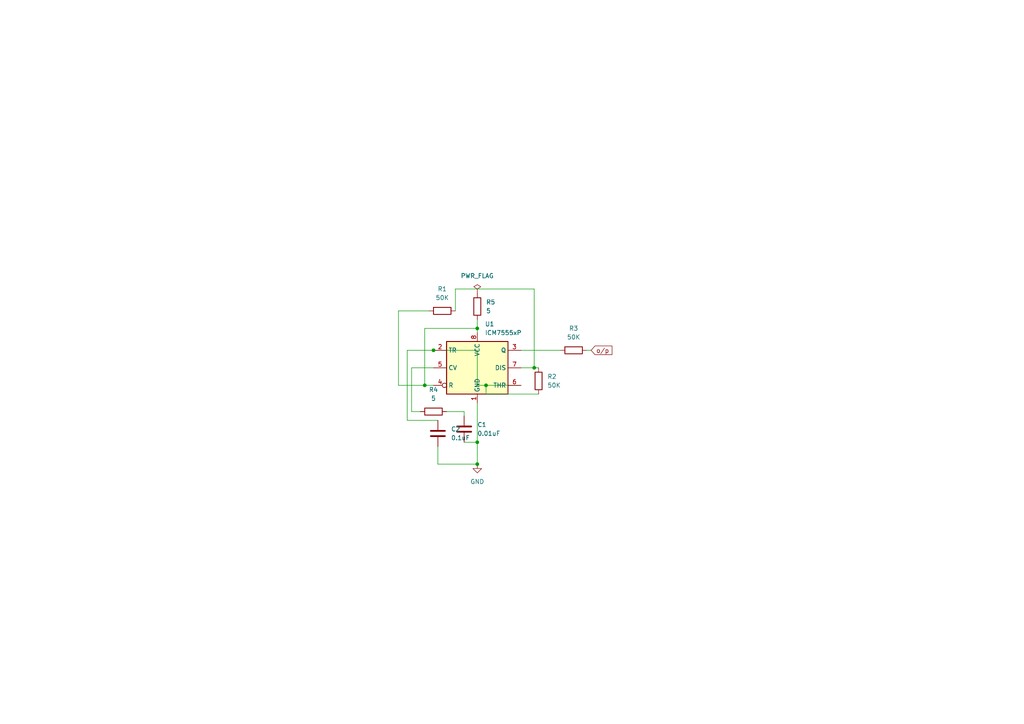
<source format=kicad_sch>
(kicad_sch
	(version 20231120)
	(generator "eeschema")
	(generator_version "8.0")
	(uuid "9042c291-3f8a-4569-8e44-d8070868fae3")
	(paper "A4")
	(lib_symbols
		(symbol "Device:C"
			(pin_numbers hide)
			(pin_names
				(offset 0.254)
			)
			(exclude_from_sim no)
			(in_bom yes)
			(on_board yes)
			(property "Reference" "C"
				(at 0.635 2.54 0)
				(effects
					(font
						(size 1.27 1.27)
					)
					(justify left)
				)
			)
			(property "Value" "C"
				(at 0.635 -2.54 0)
				(effects
					(font
						(size 1.27 1.27)
					)
					(justify left)
				)
			)
			(property "Footprint" ""
				(at 0.9652 -3.81 0)
				(effects
					(font
						(size 1.27 1.27)
					)
					(hide yes)
				)
			)
			(property "Datasheet" "~"
				(at 0 0 0)
				(effects
					(font
						(size 1.27 1.27)
					)
					(hide yes)
				)
			)
			(property "Description" "Unpolarized capacitor"
				(at 0 0 0)
				(effects
					(font
						(size 1.27 1.27)
					)
					(hide yes)
				)
			)
			(property "ki_keywords" "cap capacitor"
				(at 0 0 0)
				(effects
					(font
						(size 1.27 1.27)
					)
					(hide yes)
				)
			)
			(property "ki_fp_filters" "C_*"
				(at 0 0 0)
				(effects
					(font
						(size 1.27 1.27)
					)
					(hide yes)
				)
			)
			(symbol "C_0_1"
				(polyline
					(pts
						(xy -2.032 -0.762) (xy 2.032 -0.762)
					)
					(stroke
						(width 0.508)
						(type default)
					)
					(fill
						(type none)
					)
				)
				(polyline
					(pts
						(xy -2.032 0.762) (xy 2.032 0.762)
					)
					(stroke
						(width 0.508)
						(type default)
					)
					(fill
						(type none)
					)
				)
			)
			(symbol "C_1_1"
				(pin passive line
					(at 0 3.81 270)
					(length 2.794)
					(name "~"
						(effects
							(font
								(size 1.27 1.27)
							)
						)
					)
					(number "1"
						(effects
							(font
								(size 1.27 1.27)
							)
						)
					)
				)
				(pin passive line
					(at 0 -3.81 90)
					(length 2.794)
					(name "~"
						(effects
							(font
								(size 1.27 1.27)
							)
						)
					)
					(number "2"
						(effects
							(font
								(size 1.27 1.27)
							)
						)
					)
				)
			)
		)
		(symbol "Device:R"
			(pin_numbers hide)
			(pin_names
				(offset 0)
			)
			(exclude_from_sim no)
			(in_bom yes)
			(on_board yes)
			(property "Reference" "R"
				(at 2.032 0 90)
				(effects
					(font
						(size 1.27 1.27)
					)
				)
			)
			(property "Value" "R"
				(at 0 0 90)
				(effects
					(font
						(size 1.27 1.27)
					)
				)
			)
			(property "Footprint" ""
				(at -1.778 0 90)
				(effects
					(font
						(size 1.27 1.27)
					)
					(hide yes)
				)
			)
			(property "Datasheet" "~"
				(at 0 0 0)
				(effects
					(font
						(size 1.27 1.27)
					)
					(hide yes)
				)
			)
			(property "Description" "Resistor"
				(at 0 0 0)
				(effects
					(font
						(size 1.27 1.27)
					)
					(hide yes)
				)
			)
			(property "ki_keywords" "R res resistor"
				(at 0 0 0)
				(effects
					(font
						(size 1.27 1.27)
					)
					(hide yes)
				)
			)
			(property "ki_fp_filters" "R_*"
				(at 0 0 0)
				(effects
					(font
						(size 1.27 1.27)
					)
					(hide yes)
				)
			)
			(symbol "R_0_1"
				(rectangle
					(start -1.016 -2.54)
					(end 1.016 2.54)
					(stroke
						(width 0.254)
						(type default)
					)
					(fill
						(type none)
					)
				)
			)
			(symbol "R_1_1"
				(pin passive line
					(at 0 3.81 270)
					(length 1.27)
					(name "~"
						(effects
							(font
								(size 1.27 1.27)
							)
						)
					)
					(number "1"
						(effects
							(font
								(size 1.27 1.27)
							)
						)
					)
				)
				(pin passive line
					(at 0 -3.81 90)
					(length 1.27)
					(name "~"
						(effects
							(font
								(size 1.27 1.27)
							)
						)
					)
					(number "2"
						(effects
							(font
								(size 1.27 1.27)
							)
						)
					)
				)
			)
		)
		(symbol "Timer:ICM7555xP"
			(exclude_from_sim no)
			(in_bom yes)
			(on_board yes)
			(property "Reference" "U"
				(at -10.16 8.89 0)
				(effects
					(font
						(size 1.27 1.27)
					)
					(justify left)
				)
			)
			(property "Value" "ICM7555xP"
				(at 2.54 8.89 0)
				(effects
					(font
						(size 1.27 1.27)
					)
					(justify left)
				)
			)
			(property "Footprint" "Package_DIP:DIP-8_W7.62mm"
				(at 16.51 -10.16 0)
				(effects
					(font
						(size 1.27 1.27)
					)
					(hide yes)
				)
			)
			(property "Datasheet" "http://www.intersil.com/content/dam/Intersil/documents/icm7/icm7555-56.pdf"
				(at 21.59 -10.16 0)
				(effects
					(font
						(size 1.27 1.27)
					)
					(hide yes)
				)
			)
			(property "Description" "CMOS General Purpose Timer, 555 compatible, PDIP-8"
				(at 0 0 0)
				(effects
					(font
						(size 1.27 1.27)
					)
					(hide yes)
				)
			)
			(property "ki_keywords" "single timer 555"
				(at 0 0 0)
				(effects
					(font
						(size 1.27 1.27)
					)
					(hide yes)
				)
			)
			(property "ki_fp_filters" "DIP*W7.62mm*"
				(at 0 0 0)
				(effects
					(font
						(size 1.27 1.27)
					)
					(hide yes)
				)
			)
			(symbol "ICM7555xP_0_0"
				(pin power_in line
					(at 0 -10.16 90)
					(length 2.54)
					(name "GND"
						(effects
							(font
								(size 1.27 1.27)
							)
						)
					)
					(number "1"
						(effects
							(font
								(size 1.27 1.27)
							)
						)
					)
				)
				(pin power_in line
					(at 0 10.16 270)
					(length 2.54)
					(name "VCC"
						(effects
							(font
								(size 1.27 1.27)
							)
						)
					)
					(number "8"
						(effects
							(font
								(size 1.27 1.27)
							)
						)
					)
				)
			)
			(symbol "ICM7555xP_0_1"
				(rectangle
					(start -8.89 -7.62)
					(end 8.89 7.62)
					(stroke
						(width 0.254)
						(type default)
					)
					(fill
						(type background)
					)
				)
				(rectangle
					(start -8.89 -7.62)
					(end 8.89 7.62)
					(stroke
						(width 0.254)
						(type default)
					)
					(fill
						(type background)
					)
				)
			)
			(symbol "ICM7555xP_1_1"
				(pin input line
					(at -12.7 5.08 0)
					(length 3.81)
					(name "TR"
						(effects
							(font
								(size 1.27 1.27)
							)
						)
					)
					(number "2"
						(effects
							(font
								(size 1.27 1.27)
							)
						)
					)
				)
				(pin output line
					(at 12.7 5.08 180)
					(length 3.81)
					(name "Q"
						(effects
							(font
								(size 1.27 1.27)
							)
						)
					)
					(number "3"
						(effects
							(font
								(size 1.27 1.27)
							)
						)
					)
				)
				(pin input inverted
					(at -12.7 -5.08 0)
					(length 3.81)
					(name "R"
						(effects
							(font
								(size 1.27 1.27)
							)
						)
					)
					(number "4"
						(effects
							(font
								(size 1.27 1.27)
							)
						)
					)
				)
				(pin input line
					(at -12.7 0 0)
					(length 3.81)
					(name "CV"
						(effects
							(font
								(size 1.27 1.27)
							)
						)
					)
					(number "5"
						(effects
							(font
								(size 1.27 1.27)
							)
						)
					)
				)
				(pin input line
					(at 12.7 -5.08 180)
					(length 3.81)
					(name "THR"
						(effects
							(font
								(size 1.27 1.27)
							)
						)
					)
					(number "6"
						(effects
							(font
								(size 1.27 1.27)
							)
						)
					)
				)
				(pin input line
					(at 12.7 0 180)
					(length 3.81)
					(name "DIS"
						(effects
							(font
								(size 1.27 1.27)
							)
						)
					)
					(number "7"
						(effects
							(font
								(size 1.27 1.27)
							)
						)
					)
				)
			)
		)
		(symbol "power:GND"
			(power)
			(pin_numbers hide)
			(pin_names
				(offset 0) hide)
			(exclude_from_sim no)
			(in_bom yes)
			(on_board yes)
			(property "Reference" "#PWR"
				(at 0 -6.35 0)
				(effects
					(font
						(size 1.27 1.27)
					)
					(hide yes)
				)
			)
			(property "Value" "GND"
				(at 0 -3.81 0)
				(effects
					(font
						(size 1.27 1.27)
					)
				)
			)
			(property "Footprint" ""
				(at 0 0 0)
				(effects
					(font
						(size 1.27 1.27)
					)
					(hide yes)
				)
			)
			(property "Datasheet" ""
				(at 0 0 0)
				(effects
					(font
						(size 1.27 1.27)
					)
					(hide yes)
				)
			)
			(property "Description" "Power symbol creates a global label with name \"GND\" , ground"
				(at 0 0 0)
				(effects
					(font
						(size 1.27 1.27)
					)
					(hide yes)
				)
			)
			(property "ki_keywords" "global power"
				(at 0 0 0)
				(effects
					(font
						(size 1.27 1.27)
					)
					(hide yes)
				)
			)
			(symbol "GND_0_1"
				(polyline
					(pts
						(xy 0 0) (xy 0 -1.27) (xy 1.27 -1.27) (xy 0 -2.54) (xy -1.27 -1.27) (xy 0 -1.27)
					)
					(stroke
						(width 0)
						(type default)
					)
					(fill
						(type none)
					)
				)
			)
			(symbol "GND_1_1"
				(pin power_in line
					(at 0 0 270)
					(length 0)
					(name "~"
						(effects
							(font
								(size 1.27 1.27)
							)
						)
					)
					(number "1"
						(effects
							(font
								(size 1.27 1.27)
							)
						)
					)
				)
			)
		)
		(symbol "power:PWR_FLAG"
			(power)
			(pin_numbers hide)
			(pin_names
				(offset 0) hide)
			(exclude_from_sim no)
			(in_bom yes)
			(on_board yes)
			(property "Reference" "#FLG"
				(at 0 1.905 0)
				(effects
					(font
						(size 1.27 1.27)
					)
					(hide yes)
				)
			)
			(property "Value" "PWR_FLAG"
				(at 0 3.81 0)
				(effects
					(font
						(size 1.27 1.27)
					)
				)
			)
			(property "Footprint" ""
				(at 0 0 0)
				(effects
					(font
						(size 1.27 1.27)
					)
					(hide yes)
				)
			)
			(property "Datasheet" "~"
				(at 0 0 0)
				(effects
					(font
						(size 1.27 1.27)
					)
					(hide yes)
				)
			)
			(property "Description" "Special symbol for telling ERC where power comes from"
				(at 0 0 0)
				(effects
					(font
						(size 1.27 1.27)
					)
					(hide yes)
				)
			)
			(property "ki_keywords" "flag power"
				(at 0 0 0)
				(effects
					(font
						(size 1.27 1.27)
					)
					(hide yes)
				)
			)
			(symbol "PWR_FLAG_0_0"
				(pin power_out line
					(at 0 0 90)
					(length 0)
					(name "~"
						(effects
							(font
								(size 1.27 1.27)
							)
						)
					)
					(number "1"
						(effects
							(font
								(size 1.27 1.27)
							)
						)
					)
				)
			)
			(symbol "PWR_FLAG_0_1"
				(polyline
					(pts
						(xy 0 0) (xy 0 1.27) (xy -1.016 1.905) (xy 0 2.54) (xy 1.016 1.905) (xy 0 1.27)
					)
					(stroke
						(width 0)
						(type default)
					)
					(fill
						(type none)
					)
				)
			)
		)
	)
	(junction
		(at 138.43 128.27)
		(diameter 0)
		(color 0 0 0 0)
		(uuid "07609150-591b-4190-80a1-44ce9496f554")
	)
	(junction
		(at 138.43 95.25)
		(diameter 0)
		(color 0 0 0 0)
		(uuid "13348a39-954c-42f2-bcd1-1dc68c7bc39a")
	)
	(junction
		(at 154.94 106.68)
		(diameter 0)
		(color 0 0 0 0)
		(uuid "47081580-ba23-4e59-a5bb-6cef76055efb")
	)
	(junction
		(at 138.43 134.62)
		(diameter 0)
		(color 0 0 0 0)
		(uuid "494b6b29-46bf-46e8-a739-893c4bb97969")
	)
	(junction
		(at 125.73 101.6)
		(diameter 0)
		(color 0 0 0 0)
		(uuid "75563d97-4ad0-4f69-97a8-a519cfa7e064")
	)
	(junction
		(at 140.97 111.76)
		(diameter 0)
		(color 0 0 0 0)
		(uuid "94f37621-e85b-4033-b022-cea8e5a9cb8b")
	)
	(junction
		(at 123.19 111.76)
		(diameter 0)
		(color 0 0 0 0)
		(uuid "f91d3eb4-2f4a-4782-a352-1643ec055f0d")
	)
	(wire
		(pts
			(xy 119.38 106.68) (xy 119.38 119.38)
		)
		(stroke
			(width 0)
			(type default)
		)
		(uuid "01eb0cf6-b66d-408c-b2b0-892ccaa36e74")
	)
	(wire
		(pts
			(xy 123.19 111.76) (xy 125.73 111.76)
		)
		(stroke
			(width 0)
			(type default)
		)
		(uuid "07cdd6db-c95b-4757-bb61-8978abc62ec2")
	)
	(wire
		(pts
			(xy 138.43 101.6) (xy 138.43 111.76)
		)
		(stroke
			(width 0)
			(type default)
		)
		(uuid "0ae18cac-0532-4d8f-b9fa-93e86ba4787d")
	)
	(wire
		(pts
			(xy 118.11 101.6) (xy 125.73 101.6)
		)
		(stroke
			(width 0)
			(type default)
		)
		(uuid "0c66543d-a935-4d24-9531-e52b0b364b21")
	)
	(wire
		(pts
			(xy 138.43 111.76) (xy 140.97 111.76)
		)
		(stroke
			(width 0)
			(type default)
		)
		(uuid "0cb773d6-9284-4e37-9f56-03371aa9da0a")
	)
	(wire
		(pts
			(xy 123.19 95.25) (xy 138.43 95.25)
		)
		(stroke
			(width 0)
			(type default)
		)
		(uuid "13811db6-5f1f-44ef-a01c-418405e7a96f")
	)
	(wire
		(pts
			(xy 127 129.54) (xy 127 134.62)
		)
		(stroke
			(width 0)
			(type default)
		)
		(uuid "166c72d4-74e0-4d2e-b64d-7303ba4c4937")
	)
	(wire
		(pts
			(xy 151.13 106.68) (xy 154.94 106.68)
		)
		(stroke
			(width 0)
			(type default)
		)
		(uuid "16ee0b6f-5ea4-454a-a34d-5e4ec633a5f0")
	)
	(wire
		(pts
			(xy 125.73 101.6) (xy 138.43 101.6)
		)
		(stroke
			(width 0)
			(type default)
		)
		(uuid "1b906887-3d24-47bd-9e55-61a42d0103ef")
	)
	(wire
		(pts
			(xy 170.18 101.6) (xy 171.45 101.6)
		)
		(stroke
			(width 0)
			(type default)
		)
		(uuid "1bc3c7d4-2ee2-437f-a34a-34204849582f")
	)
	(wire
		(pts
			(xy 134.62 128.27) (xy 138.43 128.27)
		)
		(stroke
			(width 0)
			(type default)
		)
		(uuid "2d453bc1-1ffa-4463-9058-3c96ea0b170f")
	)
	(wire
		(pts
			(xy 138.43 92.71) (xy 138.43 95.25)
		)
		(stroke
			(width 0)
			(type default)
		)
		(uuid "432eea1d-3d85-4360-8937-68891797817e")
	)
	(wire
		(pts
			(xy 154.94 106.68) (xy 156.21 106.68)
		)
		(stroke
			(width 0)
			(type default)
		)
		(uuid "4361eebe-8a79-480b-ae51-066e223143ba")
	)
	(wire
		(pts
			(xy 138.43 116.84) (xy 138.43 128.27)
		)
		(stroke
			(width 0)
			(type default)
		)
		(uuid "48c07d4c-ec3b-4cfa-9c2f-61e1d78d1443")
	)
	(wire
		(pts
			(xy 140.97 114.3) (xy 140.97 111.76)
		)
		(stroke
			(width 0)
			(type default)
		)
		(uuid "4ec526dd-4776-4dc1-96c6-8e2956c1cb83")
	)
	(wire
		(pts
			(xy 138.43 95.25) (xy 138.43 96.52)
		)
		(stroke
			(width 0)
			(type default)
		)
		(uuid "57e6645d-fe80-4e6c-80e1-b7eab3b8e568")
	)
	(wire
		(pts
			(xy 140.97 111.76) (xy 151.13 111.76)
		)
		(stroke
			(width 0)
			(type default)
		)
		(uuid "58219ee8-efd9-4ebc-82f8-1fcf6c04eeb9")
	)
	(wire
		(pts
			(xy 123.19 111.76) (xy 123.19 95.25)
		)
		(stroke
			(width 0)
			(type default)
		)
		(uuid "5b9ab612-29eb-41b0-a731-f9fa9c2c7ae4")
	)
	(wire
		(pts
			(xy 132.08 90.17) (xy 132.08 83.82)
		)
		(stroke
			(width 0)
			(type default)
		)
		(uuid "5d92a61a-f391-4243-9c1b-62c46d99b307")
	)
	(wire
		(pts
			(xy 125.73 106.68) (xy 119.38 106.68)
		)
		(stroke
			(width 0)
			(type default)
		)
		(uuid "6834b984-9405-48bd-abfa-466f94b677c0")
	)
	(wire
		(pts
			(xy 132.08 83.82) (xy 154.94 83.82)
		)
		(stroke
			(width 0)
			(type default)
		)
		(uuid "6cbe6841-b511-4cef-b684-180d0fc2d14b")
	)
	(wire
		(pts
			(xy 119.38 119.38) (xy 121.92 119.38)
		)
		(stroke
			(width 0)
			(type default)
		)
		(uuid "6cdbae46-663d-4f84-9197-e7eeab648cc1")
	)
	(wire
		(pts
			(xy 134.62 119.38) (xy 134.62 120.65)
		)
		(stroke
			(width 0)
			(type default)
		)
		(uuid "6d4524e9-de8b-4794-bf04-619b4ca8115a")
	)
	(wire
		(pts
			(xy 127 134.62) (xy 138.43 134.62)
		)
		(stroke
			(width 0)
			(type default)
		)
		(uuid "6ff26d49-2749-4c1a-a493-c4fcddd5ff17")
	)
	(wire
		(pts
			(xy 154.94 83.82) (xy 154.94 106.68)
		)
		(stroke
			(width 0)
			(type default)
		)
		(uuid "78e18ad0-7ea0-4cb4-bba2-b7ea6f24767d")
	)
	(wire
		(pts
			(xy 124.46 90.17) (xy 115.57 90.17)
		)
		(stroke
			(width 0)
			(type default)
		)
		(uuid "7d22f210-649f-4d1d-af1f-3e0cb30eef78")
	)
	(wire
		(pts
			(xy 129.54 119.38) (xy 134.62 119.38)
		)
		(stroke
			(width 0)
			(type default)
		)
		(uuid "81868a40-4d39-465f-b882-cae4a95b3120")
	)
	(wire
		(pts
			(xy 115.57 90.17) (xy 115.57 111.76)
		)
		(stroke
			(width 0)
			(type default)
		)
		(uuid "829b5a1d-f801-499e-8b95-b7a4adbe6e17")
	)
	(wire
		(pts
			(xy 151.13 101.6) (xy 162.56 101.6)
		)
		(stroke
			(width 0)
			(type default)
		)
		(uuid "9025b5d3-b8b8-4fa6-b378-4c04b9c48779")
	)
	(wire
		(pts
			(xy 156.21 114.3) (xy 140.97 114.3)
		)
		(stroke
			(width 0)
			(type default)
		)
		(uuid "9548e18c-bfaa-4d25-89bb-16a5a09188f4")
	)
	(wire
		(pts
			(xy 127 121.92) (xy 118.11 121.92)
		)
		(stroke
			(width 0)
			(type default)
		)
		(uuid "a021f1f7-c46c-4b98-b68c-46f6c74a99b1")
	)
	(wire
		(pts
			(xy 115.57 111.76) (xy 123.19 111.76)
		)
		(stroke
			(width 0)
			(type default)
		)
		(uuid "b4c341f6-1750-4aa7-8387-3f13bddaf008")
	)
	(wire
		(pts
			(xy 118.11 121.92) (xy 118.11 101.6)
		)
		(stroke
			(width 0)
			(type default)
		)
		(uuid "e041da2f-afab-4a74-be93-7e95fdc75adf")
	)
	(wire
		(pts
			(xy 138.43 128.27) (xy 138.43 134.62)
		)
		(stroke
			(width 0)
			(type default)
		)
		(uuid "e47d7c90-b46e-4de6-9cc9-666ba7a44f83")
	)
	(global_label "o{slash}p"
		(shape input)
		(at 171.45 101.6 0)
		(fields_autoplaced yes)
		(effects
			(font
				(size 1.27 1.27)
			)
			(justify left)
		)
		(uuid "febe6cac-6176-45f1-8d8e-c42d892d1fec")
		(property "Intersheetrefs" "${INTERSHEET_REFS}"
			(at 178.0637 101.6 0)
			(effects
				(font
					(size 1.27 1.27)
				)
				(justify left)
				(hide yes)
			)
		)
	)
	(symbol
		(lib_id "Device:R")
		(at 166.37 101.6 90)
		(unit 1)
		(exclude_from_sim no)
		(in_bom yes)
		(on_board yes)
		(dnp no)
		(fields_autoplaced yes)
		(uuid "000531a6-defa-4561-8c0b-32eef18e186e")
		(property "Reference" "R3"
			(at 166.37 95.25 90)
			(effects
				(font
					(size 1.27 1.27)
				)
			)
		)
		(property "Value" "50K"
			(at 166.37 97.79 90)
			(effects
				(font
					(size 1.27 1.27)
				)
			)
		)
		(property "Footprint" "Resistor_THT:R_Axial_DIN0204_L3.6mm_D1.6mm_P5.08mm_Horizontal"
			(at 166.37 103.378 90)
			(effects
				(font
					(size 1.27 1.27)
				)
				(hide yes)
			)
		)
		(property "Datasheet" "~"
			(at 166.37 101.6 0)
			(effects
				(font
					(size 1.27 1.27)
				)
				(hide yes)
			)
		)
		(property "Description" "Resistor"
			(at 166.37 101.6 0)
			(effects
				(font
					(size 1.27 1.27)
				)
				(hide yes)
			)
		)
		(pin "1"
			(uuid "a0a6f386-4e1b-4065-a95d-58dfa0305a87")
		)
		(pin "2"
			(uuid "09995602-d21c-4ebd-b170-d534d0a93692")
		)
		(instances
			(project "555_1"
				(path "/9042c291-3f8a-4569-8e44-d8070868fae3"
					(reference "R3")
					(unit 1)
				)
			)
		)
	)
	(symbol
		(lib_id "power:PWR_FLAG")
		(at 138.43 85.09 0)
		(unit 1)
		(exclude_from_sim no)
		(in_bom yes)
		(on_board yes)
		(dnp no)
		(fields_autoplaced yes)
		(uuid "00fb8dcc-354d-4ab2-8a6d-47902c0d15b1")
		(property "Reference" "#FLG01"
			(at 138.43 83.185 0)
			(effects
				(font
					(size 1.27 1.27)
				)
				(hide yes)
			)
		)
		(property "Value" "PWR_FLAG"
			(at 138.43 80.01 0)
			(effects
				(font
					(size 1.27 1.27)
				)
			)
		)
		(property "Footprint" ""
			(at 138.43 85.09 0)
			(effects
				(font
					(size 1.27 1.27)
				)
				(hide yes)
			)
		)
		(property "Datasheet" "~"
			(at 138.43 85.09 0)
			(effects
				(font
					(size 1.27 1.27)
				)
				(hide yes)
			)
		)
		(property "Description" "Special symbol for telling ERC where power comes from"
			(at 138.43 85.09 0)
			(effects
				(font
					(size 1.27 1.27)
				)
				(hide yes)
			)
		)
		(pin "1"
			(uuid "d520ff11-12b0-4f8b-837a-bd1f5f9c28a6")
		)
		(instances
			(project ""
				(path "/9042c291-3f8a-4569-8e44-d8070868fae3"
					(reference "#FLG01")
					(unit 1)
				)
			)
		)
	)
	(symbol
		(lib_id "Timer:ICM7555xP")
		(at 138.43 106.68 0)
		(unit 1)
		(exclude_from_sim no)
		(in_bom yes)
		(on_board yes)
		(dnp no)
		(fields_autoplaced yes)
		(uuid "310be514-034e-45f1-ac93-8af0af4459b2")
		(property "Reference" "U1"
			(at 140.6241 93.98 0)
			(effects
				(font
					(size 1.27 1.27)
				)
				(justify left)
			)
		)
		(property "Value" "ICM7555xP"
			(at 140.6241 96.52 0)
			(effects
				(font
					(size 1.27 1.27)
				)
				(justify left)
			)
		)
		(property "Footprint" "Package_DIP:DIP-8_W7.62mm"
			(at 154.94 116.84 0)
			(effects
				(font
					(size 1.27 1.27)
				)
				(hide yes)
			)
		)
		(property "Datasheet" "http://www.intersil.com/content/dam/Intersil/documents/icm7/icm7555-56.pdf"
			(at 160.02 116.84 0)
			(effects
				(font
					(size 1.27 1.27)
				)
				(hide yes)
			)
		)
		(property "Description" "CMOS General Purpose Timer, 555 compatible, PDIP-8"
			(at 138.43 106.68 0)
			(effects
				(font
					(size 1.27 1.27)
				)
				(hide yes)
			)
		)
		(pin "6"
			(uuid "4a353d51-fbb2-4f28-b015-09032a4d533c")
		)
		(pin "8"
			(uuid "6ebc12c7-06ff-45a4-ac6e-22b62e9f94bb")
		)
		(pin "7"
			(uuid "fca991cc-2fbc-4a4d-b2ba-bc4962480538")
		)
		(pin "5"
			(uuid "abe29dad-d86c-4408-869b-afc33f716e7c")
		)
		(pin "3"
			(uuid "1fb2e4a5-1504-489a-a5e2-4f3044dfd5f4")
		)
		(pin "4"
			(uuid "52c7680d-64e3-43e0-9e5b-60d860542a15")
		)
		(pin "2"
			(uuid "da26ed63-e1be-42c8-85e2-e80e723c6dbd")
		)
		(pin "1"
			(uuid "4432aabb-06ec-41da-9f96-4adcddc06228")
		)
		(instances
			(project ""
				(path "/9042c291-3f8a-4569-8e44-d8070868fae3"
					(reference "U1")
					(unit 1)
				)
			)
		)
	)
	(symbol
		(lib_id "Device:R")
		(at 156.21 110.49 0)
		(unit 1)
		(exclude_from_sim no)
		(in_bom yes)
		(on_board yes)
		(dnp no)
		(fields_autoplaced yes)
		(uuid "5490e1b0-7ab6-4439-b244-f78825864541")
		(property "Reference" "R2"
			(at 158.75 109.2199 0)
			(effects
				(font
					(size 1.27 1.27)
				)
				(justify left)
			)
		)
		(property "Value" "50K"
			(at 158.75 111.7599 0)
			(effects
				(font
					(size 1.27 1.27)
				)
				(justify left)
			)
		)
		(property "Footprint" "Resistor_THT:R_Axial_DIN0204_L3.6mm_D1.6mm_P5.08mm_Horizontal"
			(at 154.432 110.49 90)
			(effects
				(font
					(size 1.27 1.27)
				)
				(hide yes)
			)
		)
		(property "Datasheet" "~"
			(at 156.21 110.49 0)
			(effects
				(font
					(size 1.27 1.27)
				)
				(hide yes)
			)
		)
		(property "Description" "Resistor"
			(at 156.21 110.49 0)
			(effects
				(font
					(size 1.27 1.27)
				)
				(hide yes)
			)
		)
		(pin "1"
			(uuid "d549a71d-b4ee-4143-8b4b-d2de0f8f0cd4")
		)
		(pin "2"
			(uuid "aea9ae55-11b1-4351-9bf9-5ba311f41f97")
		)
		(instances
			(project "555_1"
				(path "/9042c291-3f8a-4569-8e44-d8070868fae3"
					(reference "R2")
					(unit 1)
				)
			)
		)
	)
	(symbol
		(lib_id "Device:C")
		(at 134.62 124.46 0)
		(unit 1)
		(exclude_from_sim no)
		(in_bom yes)
		(on_board yes)
		(dnp no)
		(fields_autoplaced yes)
		(uuid "6422d821-54a3-41ff-82e1-5d4bde9c1ca3")
		(property "Reference" "C1"
			(at 138.43 123.1899 0)
			(effects
				(font
					(size 1.27 1.27)
				)
				(justify left)
			)
		)
		(property "Value" "0.01uF"
			(at 138.43 125.7299 0)
			(effects
				(font
					(size 1.27 1.27)
				)
				(justify left)
			)
		)
		(property "Footprint" "Capacitor_THT:C_Disc_D3.0mm_W1.6mm_P2.50mm"
			(at 135.5852 128.27 0)
			(effects
				(font
					(size 1.27 1.27)
				)
				(hide yes)
			)
		)
		(property "Datasheet" "~"
			(at 134.62 124.46 0)
			(effects
				(font
					(size 1.27 1.27)
				)
				(hide yes)
			)
		)
		(property "Description" "Unpolarized capacitor"
			(at 134.62 124.46 0)
			(effects
				(font
					(size 1.27 1.27)
				)
				(hide yes)
			)
		)
		(pin "1"
			(uuid "c3e41f3a-4b8f-45cd-b61a-0a8ab3c05388")
		)
		(pin "2"
			(uuid "c17544bf-56be-4851-a0aa-cd4acd664b2f")
		)
		(instances
			(project ""
				(path "/9042c291-3f8a-4569-8e44-d8070868fae3"
					(reference "C1")
					(unit 1)
				)
			)
		)
	)
	(symbol
		(lib_id "Device:R")
		(at 138.43 88.9 0)
		(unit 1)
		(exclude_from_sim no)
		(in_bom yes)
		(on_board yes)
		(dnp no)
		(fields_autoplaced yes)
		(uuid "afb0cf88-e125-4a54-ae96-884f473f106c")
		(property "Reference" "R5"
			(at 140.97 87.6299 0)
			(effects
				(font
					(size 1.27 1.27)
				)
				(justify left)
			)
		)
		(property "Value" "5"
			(at 140.97 90.1699 0)
			(effects
				(font
					(size 1.27 1.27)
				)
				(justify left)
			)
		)
		(property "Footprint" "Resistor_THT:R_Axial_DIN0204_L3.6mm_D1.6mm_P5.08mm_Horizontal"
			(at 136.652 88.9 90)
			(effects
				(font
					(size 1.27 1.27)
				)
				(hide yes)
			)
		)
		(property "Datasheet" "~"
			(at 138.43 88.9 0)
			(effects
				(font
					(size 1.27 1.27)
				)
				(hide yes)
			)
		)
		(property "Description" "Resistor"
			(at 138.43 88.9 0)
			(effects
				(font
					(size 1.27 1.27)
				)
				(hide yes)
			)
		)
		(pin "2"
			(uuid "c86749de-2d28-4933-9b00-1e4b8f9efbd4")
		)
		(pin "1"
			(uuid "a5c9e11d-f661-43cd-a912-cde32f8ae1da")
		)
		(instances
			(project "555_1"
				(path "/9042c291-3f8a-4569-8e44-d8070868fae3"
					(reference "R5")
					(unit 1)
				)
			)
		)
	)
	(symbol
		(lib_id "Device:R")
		(at 128.27 90.17 270)
		(unit 1)
		(exclude_from_sim no)
		(in_bom yes)
		(on_board yes)
		(dnp no)
		(fields_autoplaced yes)
		(uuid "afd7f58d-93b4-48cb-8fbd-22801c3e4db6")
		(property "Reference" "R1"
			(at 128.27 83.82 90)
			(effects
				(font
					(size 1.27 1.27)
				)
			)
		)
		(property "Value" "50K"
			(at 128.27 86.36 90)
			(effects
				(font
					(size 1.27 1.27)
				)
			)
		)
		(property "Footprint" "Resistor_THT:R_Axial_DIN0204_L3.6mm_D1.6mm_P5.08mm_Horizontal"
			(at 128.27 88.392 90)
			(effects
				(font
					(size 1.27 1.27)
				)
				(hide yes)
			)
		)
		(property "Datasheet" "~"
			(at 128.27 90.17 0)
			(effects
				(font
					(size 1.27 1.27)
				)
				(hide yes)
			)
		)
		(property "Description" "Resistor"
			(at 128.27 90.17 0)
			(effects
				(font
					(size 1.27 1.27)
				)
				(hide yes)
			)
		)
		(pin "1"
			(uuid "cc10ceb9-866c-4d67-8ddc-4c86736b46a8")
		)
		(pin "2"
			(uuid "c7550200-a9b6-4a67-ac33-db6b8de5b879")
		)
		(instances
			(project ""
				(path "/9042c291-3f8a-4569-8e44-d8070868fae3"
					(reference "R1")
					(unit 1)
				)
			)
		)
	)
	(symbol
		(lib_id "power:GND")
		(at 138.43 134.62 0)
		(unit 1)
		(exclude_from_sim no)
		(in_bom yes)
		(on_board yes)
		(dnp no)
		(fields_autoplaced yes)
		(uuid "c5ba5bb5-6b62-4378-89a4-c65469be1798")
		(property "Reference" "#PWR01"
			(at 138.43 140.97 0)
			(effects
				(font
					(size 1.27 1.27)
				)
				(hide yes)
			)
		)
		(property "Value" "GND"
			(at 138.43 139.7 0)
			(effects
				(font
					(size 1.27 1.27)
				)
			)
		)
		(property "Footprint" ""
			(at 138.43 134.62 0)
			(effects
				(font
					(size 1.27 1.27)
				)
				(hide yes)
			)
		)
		(property "Datasheet" ""
			(at 138.43 134.62 0)
			(effects
				(font
					(size 1.27 1.27)
				)
				(hide yes)
			)
		)
		(property "Description" "Power symbol creates a global label with name \"GND\" , ground"
			(at 138.43 134.62 0)
			(effects
				(font
					(size 1.27 1.27)
				)
				(hide yes)
			)
		)
		(pin "1"
			(uuid "b69401ad-a3b4-4c3c-8570-30e98ea91aa3")
		)
		(instances
			(project ""
				(path "/9042c291-3f8a-4569-8e44-d8070868fae3"
					(reference "#PWR01")
					(unit 1)
				)
			)
		)
	)
	(symbol
		(lib_id "Device:C")
		(at 127 125.73 0)
		(unit 1)
		(exclude_from_sim no)
		(in_bom yes)
		(on_board yes)
		(dnp no)
		(fields_autoplaced yes)
		(uuid "db065080-293a-448e-b4c5-631005b63a87")
		(property "Reference" "C2"
			(at 130.81 124.4599 0)
			(effects
				(font
					(size 1.27 1.27)
				)
				(justify left)
			)
		)
		(property "Value" "0.1uF"
			(at 130.81 126.9999 0)
			(effects
				(font
					(size 1.27 1.27)
				)
				(justify left)
			)
		)
		(property "Footprint" "Capacitor_THT:CP_Radial_D4.0mm_P2.00mm"
			(at 127.9652 129.54 0)
			(effects
				(font
					(size 1.27 1.27)
				)
				(hide yes)
			)
		)
		(property "Datasheet" "~"
			(at 127 125.73 0)
			(effects
				(font
					(size 1.27 1.27)
				)
				(hide yes)
			)
		)
		(property "Description" "Unpolarized capacitor"
			(at 127 125.73 0)
			(effects
				(font
					(size 1.27 1.27)
				)
				(hide yes)
			)
		)
		(pin "1"
			(uuid "d4cdab2a-38e2-4f7d-a89c-5e789c9cc422")
		)
		(pin "2"
			(uuid "7bfcfdc1-8fad-47b2-b712-ede0a86be956")
		)
		(instances
			(project "555_1"
				(path "/9042c291-3f8a-4569-8e44-d8070868fae3"
					(reference "C2")
					(unit 1)
				)
			)
		)
	)
	(symbol
		(lib_id "Device:R")
		(at 125.73 119.38 90)
		(unit 1)
		(exclude_from_sim no)
		(in_bom yes)
		(on_board yes)
		(dnp no)
		(fields_autoplaced yes)
		(uuid "db8b320e-3b68-490a-b50d-2c542a2bb351")
		(property "Reference" "R4"
			(at 125.73 113.03 90)
			(effects
				(font
					(size 1.27 1.27)
				)
			)
		)
		(property "Value" "5"
			(at 125.73 115.57 90)
			(effects
				(font
					(size 1.27 1.27)
				)
			)
		)
		(property "Footprint" "Resistor_THT:R_Axial_DIN0204_L3.6mm_D1.6mm_P5.08mm_Horizontal"
			(at 125.73 121.158 90)
			(effects
				(font
					(size 1.27 1.27)
				)
				(hide yes)
			)
		)
		(property "Datasheet" "~"
			(at 125.73 119.38 0)
			(effects
				(font
					(size 1.27 1.27)
				)
				(hide yes)
			)
		)
		(property "Description" "Resistor"
			(at 125.73 119.38 0)
			(effects
				(font
					(size 1.27 1.27)
				)
				(hide yes)
			)
		)
		(pin "2"
			(uuid "319ff03b-ccc3-4770-a326-2bc84265df16")
		)
		(pin "1"
			(uuid "123b023d-1ab5-4607-8ad5-7b8d1c76a6ae")
		)
		(instances
			(project ""
				(path "/9042c291-3f8a-4569-8e44-d8070868fae3"
					(reference "R4")
					(unit 1)
				)
			)
		)
	)
	(sheet_instances
		(path "/"
			(page "1")
		)
	)
)

</source>
